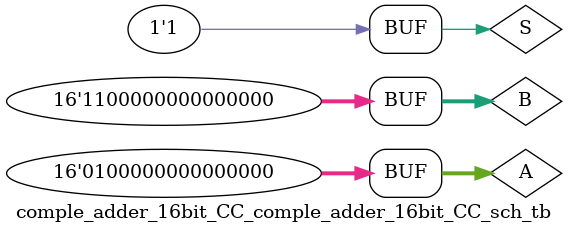
<source format=v>

`timescale 1ns / 1ps

module comple_adder_16bit_CC_comple_adder_16bit_CC_sch_tb();

// Inputs
   reg [15:0] A;
   reg [15:0] B;
   reg S;

// Output
   wire Z;
   wire C;
   wire V;
   wire [15:0] Y;

// Bidirs

// Instantiate the UUT
   comple_adder_16bit_CC UUT (
		.A(A), 
		.B(B), 
		.S(S), 
		.Z(Z), 
		.C(C), 
		.V(V), 
		.Y(Y)
   );
// Initialize Inputs
	initial begin
		A = 16'h1F00;
		B = 16'hFF00;
		S = 0;
		#5;
		A = 16'h0100;
		B = 16'hFF00;
		S = 0;
		#5;
		A = 16'h4000;
		B = 16'h4000;
		S = 0;
		#5;
		A = 16'hA000;
		B = 16'hA000;
		S = 0;
		#5;
		A = 16'h0000;
		B = 16'h0100;
		S = 0;
		#5;
		
		A = 16'h1F00;
		B = 16'hFF00;
		S = 1;
		#5;
		A = 16'h0100;
		B = 16'hFF00;
		S = 1;
		#5;
		A = 16'hFF00;
		B = 16'h0100;
		S = 1;
		#5;
		A = 16'h2200;
		B = 16'h0000;
		S = 1;
		#5;
		A = 16'h4000;
		B = 16'h4000;
		S = 1;
		#5;
		A = 16'h4000;
		B = 16'hC000;
		S = 1;
		#5;
   end
endmodule

</source>
